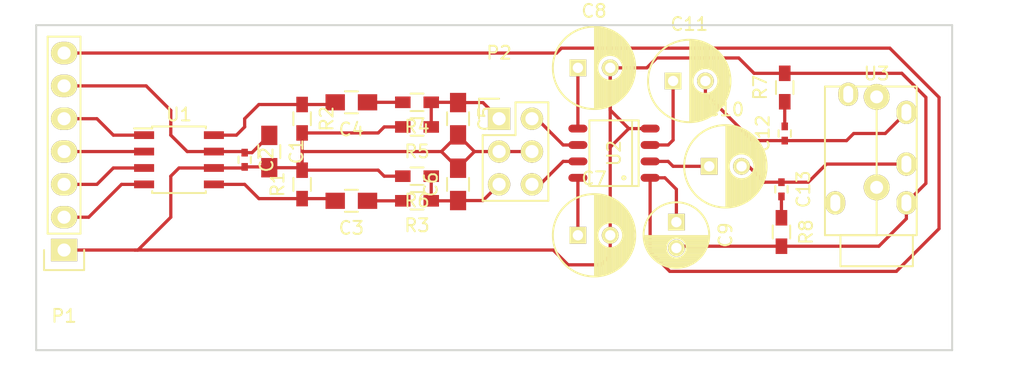
<source format=kicad_pcb>
(kicad_pcb (version 4) (host pcbnew 4.0.2+dfsg1-2~bpo8+1-stable)

  (general
    (links 51)
    (no_connects 0)
    (area 125.066667 97.853 207.564 129.446001)
    (thickness 1.6)
    (drawings 6)
    (tracks 143)
    (zones 0)
    (modules 26)
    (nets 26)
  )

  (page A4)
  (layers
    (0 F.Cu signal)
    (31 B.Cu signal)
    (32 B.Adhes user)
    (33 F.Adhes user)
    (34 B.Paste user)
    (35 F.Paste user)
    (36 B.SilkS user)
    (37 F.SilkS user)
    (38 B.Mask user)
    (39 F.Mask user)
    (40 Dwgs.User user)
    (41 Cmts.User user)
    (42 Eco1.User user)
    (43 Eco2.User user)
    (44 Edge.Cuts user)
    (45 Margin user)
    (46 B.CrtYd user)
    (47 F.CrtYd user)
    (48 B.Fab user)
    (49 F.Fab user)
  )

  (setup
    (last_trace_width 0.25)
    (trace_clearance 0.2)
    (zone_clearance 0.25)
    (zone_45_only yes)
    (trace_min 0.2)
    (segment_width 0.2)
    (edge_width 0.15)
    (via_size 0.6)
    (via_drill 0.4)
    (via_min_size 0.4)
    (via_min_drill 0.3)
    (uvia_size 0.3)
    (uvia_drill 0.1)
    (uvias_allowed no)
    (uvia_min_size 0.2)
    (uvia_min_drill 0.1)
    (pcb_text_width 0.3)
    (pcb_text_size 1.5 1.5)
    (mod_edge_width 0.15)
    (mod_text_size 1 1)
    (mod_text_width 0.15)
    (pad_size 1.524 1.524)
    (pad_drill 0.762)
    (pad_to_mask_clearance 0.2)
    (aux_axis_origin 0 0)
    (visible_elements FFFFFF7F)
    (pcbplotparams
      (layerselection 0x00030_80000001)
      (usegerberextensions false)
      (excludeedgelayer true)
      (linewidth 0.100000)
      (plotframeref false)
      (viasonmask false)
      (mode 1)
      (useauxorigin false)
      (hpglpennumber 1)
      (hpglpenspeed 20)
      (hpglpendiameter 15)
      (hpglpenoverlay 2)
      (psnegative false)
      (psa4output false)
      (plotreference true)
      (plotvalue true)
      (plotinvisibletext false)
      (padsonsilk false)
      (subtractmaskfromsilk false)
      (outputformat 1)
      (mirror false)
      (drillshape 1)
      (scaleselection 1)
      (outputdirectory ""))
  )

  (net 0 "")
  (net 1 +5V)
  (net 2 GND)
  (net 3 "Net-(C3-Pad1)")
  (net 4 "Net-(C3-Pad2)")
  (net 5 "Net-(C4-Pad1)")
  (net 6 "Net-(C4-Pad2)")
  (net 7 "Net-(C5-Pad1)")
  (net 8 "Net-(C6-Pad1)")
  (net 9 "Net-(C7-Pad1)")
  (net 10 "Net-(C8-Pad1)")
  (net 11 +3V3)
  (net 12 "Net-(C10-Pad2)")
  (net 13 "Net-(C10-Pad1)")
  (net 14 "Net-(C11-Pad2)")
  (net 15 "Net-(C11-Pad1)")
  (net 16 "Net-(C12-Pad2)")
  (net 17 "Net-(C13-Pad2)")
  (net 18 "Net-(P1-Pad2)")
  (net 19 "Net-(P1-Pad3)")
  (net 20 "Net-(P1-Pad4)")
  (net 21 "Net-(P1-Pad5)")
  (net 22 "Net-(P2-Pad2)")
  (net 23 "Net-(U3-Pad2)")
  (net 24 "Net-(U3-Pad5)")
  (net 25 "Net-(P2-Pad6)")

  (net_class Default "This is the default net class."
    (clearance 0.2)
    (trace_width 0.25)
    (via_dia 0.6)
    (via_drill 0.4)
    (uvia_dia 0.3)
    (uvia_drill 0.1)
    (add_net +3V3)
    (add_net +5V)
    (add_net GND)
    (add_net "Net-(C10-Pad1)")
    (add_net "Net-(C10-Pad2)")
    (add_net "Net-(C11-Pad1)")
    (add_net "Net-(C11-Pad2)")
    (add_net "Net-(C12-Pad2)")
    (add_net "Net-(C13-Pad2)")
    (add_net "Net-(C3-Pad1)")
    (add_net "Net-(C3-Pad2)")
    (add_net "Net-(C4-Pad1)")
    (add_net "Net-(C4-Pad2)")
    (add_net "Net-(C5-Pad1)")
    (add_net "Net-(C6-Pad1)")
    (add_net "Net-(C7-Pad1)")
    (add_net "Net-(C8-Pad1)")
    (add_net "Net-(P1-Pad2)")
    (add_net "Net-(P1-Pad3)")
    (add_net "Net-(P1-Pad4)")
    (add_net "Net-(P1-Pad5)")
    (add_net "Net-(P2-Pad2)")
    (add_net "Net-(P2-Pad6)")
    (add_net "Net-(U3-Pad2)")
    (add_net "Net-(U3-Pad5)")
  )

  (module Capacitors_SMD:C_0805_HandSoldering (layer F.Cu) (tedit 541A9B8D) (tstamp 57A10B0A)
    (at 146.05 109.855 270)
    (descr "Capacitor SMD 0805, hand soldering")
    (tags "capacitor 0805")
    (path /57A10E94)
    (attr smd)
    (fp_text reference C1 (at 0 -2.1 270) (layer F.SilkS)
      (effects (font (size 1 1) (thickness 0.15)))
    )
    (fp_text value 1uF (at 0 2.1 270) (layer F.Fab)
      (effects (font (size 1 1) (thickness 0.15)))
    )
    (fp_line (start -2.3 -1) (end 2.3 -1) (layer F.CrtYd) (width 0.05))
    (fp_line (start -2.3 1) (end 2.3 1) (layer F.CrtYd) (width 0.05))
    (fp_line (start -2.3 -1) (end -2.3 1) (layer F.CrtYd) (width 0.05))
    (fp_line (start 2.3 -1) (end 2.3 1) (layer F.CrtYd) (width 0.05))
    (fp_line (start 0.5 -0.85) (end -0.5 -0.85) (layer F.SilkS) (width 0.15))
    (fp_line (start -0.5 0.85) (end 0.5 0.85) (layer F.SilkS) (width 0.15))
    (pad 1 smd rect (at -1.25 0 270) (size 1.5 1.25) (layers F.Cu F.Paste F.Mask)
      (net 1 +5V))
    (pad 2 smd rect (at 1.25 0 270) (size 1.5 1.25) (layers F.Cu F.Paste F.Mask)
      (net 2 GND))
    (model Capacitors_SMD.3dshapes/C_0805_HandSoldering.wrl
      (at (xyz 0 0 0))
      (scale (xyz 1 1 1))
      (rotate (xyz 0 0 0))
    )
  )

  (module Capacitors_SMD:C_0402 (layer F.Cu) (tedit 5415D599) (tstamp 57A10B10)
    (at 144.145 110.49 270)
    (descr "Capacitor SMD 0402, reflow soldering, AVX (see smccp.pdf)")
    (tags "capacitor 0402")
    (path /57A10F0D)
    (attr smd)
    (fp_text reference C2 (at 0 -1.7 270) (layer F.SilkS)
      (effects (font (size 1 1) (thickness 0.15)))
    )
    (fp_text value 0.1uF (at 0 1.7 270) (layer F.Fab)
      (effects (font (size 1 1) (thickness 0.15)))
    )
    (fp_line (start -1.15 -0.6) (end 1.15 -0.6) (layer F.CrtYd) (width 0.05))
    (fp_line (start -1.15 0.6) (end 1.15 0.6) (layer F.CrtYd) (width 0.05))
    (fp_line (start -1.15 -0.6) (end -1.15 0.6) (layer F.CrtYd) (width 0.05))
    (fp_line (start 1.15 -0.6) (end 1.15 0.6) (layer F.CrtYd) (width 0.05))
    (fp_line (start 0.25 -0.475) (end -0.25 -0.475) (layer F.SilkS) (width 0.15))
    (fp_line (start -0.25 0.475) (end 0.25 0.475) (layer F.SilkS) (width 0.15))
    (pad 1 smd rect (at -0.55 0 270) (size 0.6 0.5) (layers F.Cu F.Paste F.Mask)
      (net 1 +5V))
    (pad 2 smd rect (at 0.55 0 270) (size 0.6 0.5) (layers F.Cu F.Paste F.Mask)
      (net 2 GND))
    (model Capacitors_SMD.3dshapes/C_0402.wrl
      (at (xyz 0 0 0))
      (scale (xyz 1 1 1))
      (rotate (xyz 0 0 0))
    )
  )

  (module Capacitors_SMD:C_0805_HandSoldering (layer F.Cu) (tedit 541A9B8D) (tstamp 57A10B16)
    (at 152.4 113.665 180)
    (descr "Capacitor SMD 0805, hand soldering")
    (tags "capacitor 0805")
    (path /57A09FE4)
    (attr smd)
    (fp_text reference C3 (at 0 -2.1 180) (layer F.SilkS)
      (effects (font (size 1 1) (thickness 0.15)))
    )
    (fp_text value 3.3uF (at 0 2.1 180) (layer F.Fab)
      (effects (font (size 1 1) (thickness 0.15)))
    )
    (fp_line (start -2.3 -1) (end 2.3 -1) (layer F.CrtYd) (width 0.05))
    (fp_line (start -2.3 1) (end 2.3 1) (layer F.CrtYd) (width 0.05))
    (fp_line (start -2.3 -1) (end -2.3 1) (layer F.CrtYd) (width 0.05))
    (fp_line (start 2.3 -1) (end 2.3 1) (layer F.CrtYd) (width 0.05))
    (fp_line (start 0.5 -0.85) (end -0.5 -0.85) (layer F.SilkS) (width 0.15))
    (fp_line (start -0.5 0.85) (end 0.5 0.85) (layer F.SilkS) (width 0.15))
    (pad 1 smd rect (at -1.25 0 180) (size 1.5 1.25) (layers F.Cu F.Paste F.Mask)
      (net 3 "Net-(C3-Pad1)"))
    (pad 2 smd rect (at 1.25 0 180) (size 1.5 1.25) (layers F.Cu F.Paste F.Mask)
      (net 4 "Net-(C3-Pad2)"))
    (model Capacitors_SMD.3dshapes/C_0805_HandSoldering.wrl
      (at (xyz 0 0 0))
      (scale (xyz 1 1 1))
      (rotate (xyz 0 0 0))
    )
  )

  (module Capacitors_SMD:C_0805_HandSoldering (layer F.Cu) (tedit 541A9B8D) (tstamp 57A10B1C)
    (at 152.4 106.045 180)
    (descr "Capacitor SMD 0805, hand soldering")
    (tags "capacitor 0805")
    (path /57A0A304)
    (attr smd)
    (fp_text reference C4 (at 0 -2.1 180) (layer F.SilkS)
      (effects (font (size 1 1) (thickness 0.15)))
    )
    (fp_text value 3.3uF (at 0 2.1 180) (layer F.Fab)
      (effects (font (size 1 1) (thickness 0.15)))
    )
    (fp_line (start -2.3 -1) (end 2.3 -1) (layer F.CrtYd) (width 0.05))
    (fp_line (start -2.3 1) (end 2.3 1) (layer F.CrtYd) (width 0.05))
    (fp_line (start -2.3 -1) (end -2.3 1) (layer F.CrtYd) (width 0.05))
    (fp_line (start 2.3 -1) (end 2.3 1) (layer F.CrtYd) (width 0.05))
    (fp_line (start 0.5 -0.85) (end -0.5 -0.85) (layer F.SilkS) (width 0.15))
    (fp_line (start -0.5 0.85) (end 0.5 0.85) (layer F.SilkS) (width 0.15))
    (pad 1 smd rect (at -1.25 0 180) (size 1.5 1.25) (layers F.Cu F.Paste F.Mask)
      (net 5 "Net-(C4-Pad1)"))
    (pad 2 smd rect (at 1.25 0 180) (size 1.5 1.25) (layers F.Cu F.Paste F.Mask)
      (net 6 "Net-(C4-Pad2)"))
    (model Capacitors_SMD.3dshapes/C_0805_HandSoldering.wrl
      (at (xyz 0 0 0))
      (scale (xyz 1 1 1))
      (rotate (xyz 0 0 0))
    )
  )

  (module Capacitors_SMD:C_0805_HandSoldering (layer F.Cu) (tedit 541A9B8D) (tstamp 57A10B22)
    (at 160.655 107.315 270)
    (descr "Capacitor SMD 0805, hand soldering")
    (tags "capacitor 0805")
    (path /57A0A896)
    (attr smd)
    (fp_text reference C5 (at 0 -2.1 270) (layer F.SilkS)
      (effects (font (size 1 1) (thickness 0.15)))
    )
    (fp_text value 10nF (at 0 2.1 270) (layer F.Fab)
      (effects (font (size 1 1) (thickness 0.15)))
    )
    (fp_line (start -2.3 -1) (end 2.3 -1) (layer F.CrtYd) (width 0.05))
    (fp_line (start -2.3 1) (end 2.3 1) (layer F.CrtYd) (width 0.05))
    (fp_line (start -2.3 -1) (end -2.3 1) (layer F.CrtYd) (width 0.05))
    (fp_line (start 2.3 -1) (end 2.3 1) (layer F.CrtYd) (width 0.05))
    (fp_line (start 0.5 -0.85) (end -0.5 -0.85) (layer F.SilkS) (width 0.15))
    (fp_line (start -0.5 0.85) (end 0.5 0.85) (layer F.SilkS) (width 0.15))
    (pad 1 smd rect (at -1.25 0 270) (size 1.5 1.25) (layers F.Cu F.Paste F.Mask)
      (net 7 "Net-(C5-Pad1)"))
    (pad 2 smd rect (at 1.25 0 270) (size 1.5 1.25) (layers F.Cu F.Paste F.Mask)
      (net 2 GND))
    (model Capacitors_SMD.3dshapes/C_0805_HandSoldering.wrl
      (at (xyz 0 0 0))
      (scale (xyz 1 1 1))
      (rotate (xyz 0 0 0))
    )
  )

  (module Capacitors_SMD:C_0805_HandSoldering (layer F.Cu) (tedit 541A9B8D) (tstamp 57A10B28)
    (at 160.655 112.395 90)
    (descr "Capacitor SMD 0805, hand soldering")
    (tags "capacitor 0805")
    (path /57A0ACDC)
    (attr smd)
    (fp_text reference C6 (at 0 -2.1 90) (layer F.SilkS)
      (effects (font (size 1 1) (thickness 0.15)))
    )
    (fp_text value 10nF (at 0 2.1 90) (layer F.Fab)
      (effects (font (size 1 1) (thickness 0.15)))
    )
    (fp_line (start -2.3 -1) (end 2.3 -1) (layer F.CrtYd) (width 0.05))
    (fp_line (start -2.3 1) (end 2.3 1) (layer F.CrtYd) (width 0.05))
    (fp_line (start -2.3 -1) (end -2.3 1) (layer F.CrtYd) (width 0.05))
    (fp_line (start 2.3 -1) (end 2.3 1) (layer F.CrtYd) (width 0.05))
    (fp_line (start 0.5 -0.85) (end -0.5 -0.85) (layer F.SilkS) (width 0.15))
    (fp_line (start -0.5 0.85) (end 0.5 0.85) (layer F.SilkS) (width 0.15))
    (pad 1 smd rect (at -1.25 0 90) (size 1.5 1.25) (layers F.Cu F.Paste F.Mask)
      (net 8 "Net-(C6-Pad1)"))
    (pad 2 smd rect (at 1.25 0 90) (size 1.5 1.25) (layers F.Cu F.Paste F.Mask)
      (net 2 GND))
    (model Capacitors_SMD.3dshapes/C_0805_HandSoldering.wrl
      (at (xyz 0 0 0))
      (scale (xyz 1 1 1))
      (rotate (xyz 0 0 0))
    )
  )

  (module Capacitors_ThroughHole:C_Radial_D6.3_L11.2_P2.5 (layer F.Cu) (tedit 0) (tstamp 57A10B2E)
    (at 169.926 116.332)
    (descr "Radial Electrolytic Capacitor, Diameter 6.3mm x Length 11.2mm, Pitch 2.5mm")
    (tags "Electrolytic Capacitor")
    (path /57A0AE7B)
    (fp_text reference C7 (at 1.25 -4.4) (layer F.SilkS)
      (effects (font (size 1 1) (thickness 0.15)))
    )
    (fp_text value 100uF (at 1.25 4.4) (layer F.Fab)
      (effects (font (size 1 1) (thickness 0.15)))
    )
    (fp_line (start 1.325 -3.149) (end 1.325 3.149) (layer F.SilkS) (width 0.15))
    (fp_line (start 1.465 -3.143) (end 1.465 3.143) (layer F.SilkS) (width 0.15))
    (fp_line (start 1.605 -3.13) (end 1.605 -0.446) (layer F.SilkS) (width 0.15))
    (fp_line (start 1.605 0.446) (end 1.605 3.13) (layer F.SilkS) (width 0.15))
    (fp_line (start 1.745 -3.111) (end 1.745 -0.656) (layer F.SilkS) (width 0.15))
    (fp_line (start 1.745 0.656) (end 1.745 3.111) (layer F.SilkS) (width 0.15))
    (fp_line (start 1.885 -3.085) (end 1.885 -0.789) (layer F.SilkS) (width 0.15))
    (fp_line (start 1.885 0.789) (end 1.885 3.085) (layer F.SilkS) (width 0.15))
    (fp_line (start 2.025 -3.053) (end 2.025 -0.88) (layer F.SilkS) (width 0.15))
    (fp_line (start 2.025 0.88) (end 2.025 3.053) (layer F.SilkS) (width 0.15))
    (fp_line (start 2.165 -3.014) (end 2.165 -0.942) (layer F.SilkS) (width 0.15))
    (fp_line (start 2.165 0.942) (end 2.165 3.014) (layer F.SilkS) (width 0.15))
    (fp_line (start 2.305 -2.968) (end 2.305 -0.981) (layer F.SilkS) (width 0.15))
    (fp_line (start 2.305 0.981) (end 2.305 2.968) (layer F.SilkS) (width 0.15))
    (fp_line (start 2.445 -2.915) (end 2.445 -0.998) (layer F.SilkS) (width 0.15))
    (fp_line (start 2.445 0.998) (end 2.445 2.915) (layer F.SilkS) (width 0.15))
    (fp_line (start 2.585 -2.853) (end 2.585 -0.996) (layer F.SilkS) (width 0.15))
    (fp_line (start 2.585 0.996) (end 2.585 2.853) (layer F.SilkS) (width 0.15))
    (fp_line (start 2.725 -2.783) (end 2.725 -0.974) (layer F.SilkS) (width 0.15))
    (fp_line (start 2.725 0.974) (end 2.725 2.783) (layer F.SilkS) (width 0.15))
    (fp_line (start 2.865 -2.704) (end 2.865 -0.931) (layer F.SilkS) (width 0.15))
    (fp_line (start 2.865 0.931) (end 2.865 2.704) (layer F.SilkS) (width 0.15))
    (fp_line (start 3.005 -2.616) (end 3.005 -0.863) (layer F.SilkS) (width 0.15))
    (fp_line (start 3.005 0.863) (end 3.005 2.616) (layer F.SilkS) (width 0.15))
    (fp_line (start 3.145 -2.516) (end 3.145 -0.764) (layer F.SilkS) (width 0.15))
    (fp_line (start 3.145 0.764) (end 3.145 2.516) (layer F.SilkS) (width 0.15))
    (fp_line (start 3.285 -2.404) (end 3.285 -0.619) (layer F.SilkS) (width 0.15))
    (fp_line (start 3.285 0.619) (end 3.285 2.404) (layer F.SilkS) (width 0.15))
    (fp_line (start 3.425 -2.279) (end 3.425 -0.38) (layer F.SilkS) (width 0.15))
    (fp_line (start 3.425 0.38) (end 3.425 2.279) (layer F.SilkS) (width 0.15))
    (fp_line (start 3.565 -2.136) (end 3.565 2.136) (layer F.SilkS) (width 0.15))
    (fp_line (start 3.705 -1.974) (end 3.705 1.974) (layer F.SilkS) (width 0.15))
    (fp_line (start 3.845 -1.786) (end 3.845 1.786) (layer F.SilkS) (width 0.15))
    (fp_line (start 3.985 -1.563) (end 3.985 1.563) (layer F.SilkS) (width 0.15))
    (fp_line (start 4.125 -1.287) (end 4.125 1.287) (layer F.SilkS) (width 0.15))
    (fp_line (start 4.265 -0.912) (end 4.265 0.912) (layer F.SilkS) (width 0.15))
    (fp_circle (center 2.5 0) (end 2.5 -1) (layer F.SilkS) (width 0.15))
    (fp_circle (center 1.25 0) (end 1.25 -3.1875) (layer F.SilkS) (width 0.15))
    (fp_circle (center 1.25 0) (end 1.25 -3.4) (layer F.CrtYd) (width 0.05))
    (pad 2 thru_hole circle (at 2.5 0) (size 1.3 1.3) (drill 0.8) (layers *.Cu *.Mask F.SilkS)
      (net 2 GND))
    (pad 1 thru_hole rect (at 0 0) (size 1.3 1.3) (drill 0.8) (layers *.Cu *.Mask F.SilkS)
      (net 9 "Net-(C7-Pad1)"))
    (model Capacitors_ThroughHole.3dshapes/C_Radial_D6.3_L11.2_P2.5.wrl
      (at (xyz 0 0 0))
      (scale (xyz 1 1 1))
      (rotate (xyz 0 0 0))
    )
  )

  (module Capacitors_ThroughHole:C_Radial_D6.3_L11.2_P2.5 (layer F.Cu) (tedit 0) (tstamp 57A10B34)
    (at 169.926 103.378)
    (descr "Radial Electrolytic Capacitor, Diameter 6.3mm x Length 11.2mm, Pitch 2.5mm")
    (tags "Electrolytic Capacitor")
    (path /57A0AF67)
    (fp_text reference C8 (at 1.25 -4.4) (layer F.SilkS)
      (effects (font (size 1 1) (thickness 0.15)))
    )
    (fp_text value 100uF (at 1.25 4.4) (layer F.Fab)
      (effects (font (size 1 1) (thickness 0.15)))
    )
    (fp_line (start 1.325 -3.149) (end 1.325 3.149) (layer F.SilkS) (width 0.15))
    (fp_line (start 1.465 -3.143) (end 1.465 3.143) (layer F.SilkS) (width 0.15))
    (fp_line (start 1.605 -3.13) (end 1.605 -0.446) (layer F.SilkS) (width 0.15))
    (fp_line (start 1.605 0.446) (end 1.605 3.13) (layer F.SilkS) (width 0.15))
    (fp_line (start 1.745 -3.111) (end 1.745 -0.656) (layer F.SilkS) (width 0.15))
    (fp_line (start 1.745 0.656) (end 1.745 3.111) (layer F.SilkS) (width 0.15))
    (fp_line (start 1.885 -3.085) (end 1.885 -0.789) (layer F.SilkS) (width 0.15))
    (fp_line (start 1.885 0.789) (end 1.885 3.085) (layer F.SilkS) (width 0.15))
    (fp_line (start 2.025 -3.053) (end 2.025 -0.88) (layer F.SilkS) (width 0.15))
    (fp_line (start 2.025 0.88) (end 2.025 3.053) (layer F.SilkS) (width 0.15))
    (fp_line (start 2.165 -3.014) (end 2.165 -0.942) (layer F.SilkS) (width 0.15))
    (fp_line (start 2.165 0.942) (end 2.165 3.014) (layer F.SilkS) (width 0.15))
    (fp_line (start 2.305 -2.968) (end 2.305 -0.981) (layer F.SilkS) (width 0.15))
    (fp_line (start 2.305 0.981) (end 2.305 2.968) (layer F.SilkS) (width 0.15))
    (fp_line (start 2.445 -2.915) (end 2.445 -0.998) (layer F.SilkS) (width 0.15))
    (fp_line (start 2.445 0.998) (end 2.445 2.915) (layer F.SilkS) (width 0.15))
    (fp_line (start 2.585 -2.853) (end 2.585 -0.996) (layer F.SilkS) (width 0.15))
    (fp_line (start 2.585 0.996) (end 2.585 2.853) (layer F.SilkS) (width 0.15))
    (fp_line (start 2.725 -2.783) (end 2.725 -0.974) (layer F.SilkS) (width 0.15))
    (fp_line (start 2.725 0.974) (end 2.725 2.783) (layer F.SilkS) (width 0.15))
    (fp_line (start 2.865 -2.704) (end 2.865 -0.931) (layer F.SilkS) (width 0.15))
    (fp_line (start 2.865 0.931) (end 2.865 2.704) (layer F.SilkS) (width 0.15))
    (fp_line (start 3.005 -2.616) (end 3.005 -0.863) (layer F.SilkS) (width 0.15))
    (fp_line (start 3.005 0.863) (end 3.005 2.616) (layer F.SilkS) (width 0.15))
    (fp_line (start 3.145 -2.516) (end 3.145 -0.764) (layer F.SilkS) (width 0.15))
    (fp_line (start 3.145 0.764) (end 3.145 2.516) (layer F.SilkS) (width 0.15))
    (fp_line (start 3.285 -2.404) (end 3.285 -0.619) (layer F.SilkS) (width 0.15))
    (fp_line (start 3.285 0.619) (end 3.285 2.404) (layer F.SilkS) (width 0.15))
    (fp_line (start 3.425 -2.279) (end 3.425 -0.38) (layer F.SilkS) (width 0.15))
    (fp_line (start 3.425 0.38) (end 3.425 2.279) (layer F.SilkS) (width 0.15))
    (fp_line (start 3.565 -2.136) (end 3.565 2.136) (layer F.SilkS) (width 0.15))
    (fp_line (start 3.705 -1.974) (end 3.705 1.974) (layer F.SilkS) (width 0.15))
    (fp_line (start 3.845 -1.786) (end 3.845 1.786) (layer F.SilkS) (width 0.15))
    (fp_line (start 3.985 -1.563) (end 3.985 1.563) (layer F.SilkS) (width 0.15))
    (fp_line (start 4.125 -1.287) (end 4.125 1.287) (layer F.SilkS) (width 0.15))
    (fp_line (start 4.265 -0.912) (end 4.265 0.912) (layer F.SilkS) (width 0.15))
    (fp_circle (center 2.5 0) (end 2.5 -1) (layer F.SilkS) (width 0.15))
    (fp_circle (center 1.25 0) (end 1.25 -3.1875) (layer F.SilkS) (width 0.15))
    (fp_circle (center 1.25 0) (end 1.25 -3.4) (layer F.CrtYd) (width 0.05))
    (pad 2 thru_hole circle (at 2.5 0) (size 1.3 1.3) (drill 0.8) (layers *.Cu *.Mask F.SilkS)
      (net 2 GND))
    (pad 1 thru_hole rect (at 0 0) (size 1.3 1.3) (drill 0.8) (layers *.Cu *.Mask F.SilkS)
      (net 10 "Net-(C8-Pad1)"))
    (model Capacitors_ThroughHole.3dshapes/C_Radial_D6.3_L11.2_P2.5.wrl
      (at (xyz 0 0 0))
      (scale (xyz 1 1 1))
      (rotate (xyz 0 0 0))
    )
  )

  (module Capacitors_ThroughHole:C_Radial_D5_L11_P2 (layer F.Cu) (tedit 0) (tstamp 57A10B3A)
    (at 177.546 115.316 270)
    (descr "Radial Electrolytic Capacitor 5mm x Length 11mm, Pitch 2mm")
    (tags "Electrolytic Capacitor")
    (path /57A11C30)
    (fp_text reference C9 (at 1 -3.8 270) (layer F.SilkS)
      (effects (font (size 1 1) (thickness 0.15)))
    )
    (fp_text value 10uF (at 1 3.8 270) (layer F.Fab)
      (effects (font (size 1 1) (thickness 0.15)))
    )
    (fp_line (start 1.075 -2.499) (end 1.075 2.499) (layer F.SilkS) (width 0.15))
    (fp_line (start 1.215 -2.491) (end 1.215 -0.154) (layer F.SilkS) (width 0.15))
    (fp_line (start 1.215 0.154) (end 1.215 2.491) (layer F.SilkS) (width 0.15))
    (fp_line (start 1.355 -2.475) (end 1.355 -0.473) (layer F.SilkS) (width 0.15))
    (fp_line (start 1.355 0.473) (end 1.355 2.475) (layer F.SilkS) (width 0.15))
    (fp_line (start 1.495 -2.451) (end 1.495 -0.62) (layer F.SilkS) (width 0.15))
    (fp_line (start 1.495 0.62) (end 1.495 2.451) (layer F.SilkS) (width 0.15))
    (fp_line (start 1.635 -2.418) (end 1.635 -0.712) (layer F.SilkS) (width 0.15))
    (fp_line (start 1.635 0.712) (end 1.635 2.418) (layer F.SilkS) (width 0.15))
    (fp_line (start 1.775 -2.377) (end 1.775 -0.768) (layer F.SilkS) (width 0.15))
    (fp_line (start 1.775 0.768) (end 1.775 2.377) (layer F.SilkS) (width 0.15))
    (fp_line (start 1.915 -2.327) (end 1.915 -0.795) (layer F.SilkS) (width 0.15))
    (fp_line (start 1.915 0.795) (end 1.915 2.327) (layer F.SilkS) (width 0.15))
    (fp_line (start 2.055 -2.266) (end 2.055 -0.798) (layer F.SilkS) (width 0.15))
    (fp_line (start 2.055 0.798) (end 2.055 2.266) (layer F.SilkS) (width 0.15))
    (fp_line (start 2.195 -2.196) (end 2.195 -0.776) (layer F.SilkS) (width 0.15))
    (fp_line (start 2.195 0.776) (end 2.195 2.196) (layer F.SilkS) (width 0.15))
    (fp_line (start 2.335 -2.114) (end 2.335 -0.726) (layer F.SilkS) (width 0.15))
    (fp_line (start 2.335 0.726) (end 2.335 2.114) (layer F.SilkS) (width 0.15))
    (fp_line (start 2.475 -2.019) (end 2.475 -0.644) (layer F.SilkS) (width 0.15))
    (fp_line (start 2.475 0.644) (end 2.475 2.019) (layer F.SilkS) (width 0.15))
    (fp_line (start 2.615 -1.908) (end 2.615 -0.512) (layer F.SilkS) (width 0.15))
    (fp_line (start 2.615 0.512) (end 2.615 1.908) (layer F.SilkS) (width 0.15))
    (fp_line (start 2.755 -1.78) (end 2.755 -0.265) (layer F.SilkS) (width 0.15))
    (fp_line (start 2.755 0.265) (end 2.755 1.78) (layer F.SilkS) (width 0.15))
    (fp_line (start 2.895 -1.631) (end 2.895 1.631) (layer F.SilkS) (width 0.15))
    (fp_line (start 3.035 -1.452) (end 3.035 1.452) (layer F.SilkS) (width 0.15))
    (fp_line (start 3.175 -1.233) (end 3.175 1.233) (layer F.SilkS) (width 0.15))
    (fp_line (start 3.315 -0.944) (end 3.315 0.944) (layer F.SilkS) (width 0.15))
    (fp_line (start 3.455 -0.472) (end 3.455 0.472) (layer F.SilkS) (width 0.15))
    (fp_circle (center 2 0) (end 2 -0.8) (layer F.SilkS) (width 0.15))
    (fp_circle (center 1 0) (end 1 -2.5375) (layer F.SilkS) (width 0.15))
    (fp_circle (center 1 0) (end 1 -2.8) (layer F.CrtYd) (width 0.05))
    (pad 1 thru_hole rect (at 0 0 270) (size 1.3 1.3) (drill 0.8) (layers *.Cu *.Mask F.SilkS)
      (net 11 +3V3))
    (pad 2 thru_hole circle (at 2 0 270) (size 1.3 1.3) (drill 0.8) (layers *.Cu *.Mask F.SilkS)
      (net 2 GND))
    (model Capacitors_ThroughHole.3dshapes/C_Radial_D5_L11_P2.wrl
      (at (xyz 0 0 0))
      (scale (xyz 1 1 1))
      (rotate (xyz 0 0 0))
    )
  )

  (module Capacitors_ThroughHole:C_Radial_D6.3_L11.2_P2.5 (layer F.Cu) (tedit 0) (tstamp 57A10B40)
    (at 180.086 110.998)
    (descr "Radial Electrolytic Capacitor, Diameter 6.3mm x Length 11.2mm, Pitch 2.5mm")
    (tags "Electrolytic Capacitor")
    (path /57A0E2E0)
    (fp_text reference C10 (at 1.25 -4.4) (layer F.SilkS)
      (effects (font (size 1 1) (thickness 0.15)))
    )
    (fp_text value 100uF (at 1.25 4.4) (layer F.Fab)
      (effects (font (size 1 1) (thickness 0.15)))
    )
    (fp_line (start 1.325 -3.149) (end 1.325 3.149) (layer F.SilkS) (width 0.15))
    (fp_line (start 1.465 -3.143) (end 1.465 3.143) (layer F.SilkS) (width 0.15))
    (fp_line (start 1.605 -3.13) (end 1.605 -0.446) (layer F.SilkS) (width 0.15))
    (fp_line (start 1.605 0.446) (end 1.605 3.13) (layer F.SilkS) (width 0.15))
    (fp_line (start 1.745 -3.111) (end 1.745 -0.656) (layer F.SilkS) (width 0.15))
    (fp_line (start 1.745 0.656) (end 1.745 3.111) (layer F.SilkS) (width 0.15))
    (fp_line (start 1.885 -3.085) (end 1.885 -0.789) (layer F.SilkS) (width 0.15))
    (fp_line (start 1.885 0.789) (end 1.885 3.085) (layer F.SilkS) (width 0.15))
    (fp_line (start 2.025 -3.053) (end 2.025 -0.88) (layer F.SilkS) (width 0.15))
    (fp_line (start 2.025 0.88) (end 2.025 3.053) (layer F.SilkS) (width 0.15))
    (fp_line (start 2.165 -3.014) (end 2.165 -0.942) (layer F.SilkS) (width 0.15))
    (fp_line (start 2.165 0.942) (end 2.165 3.014) (layer F.SilkS) (width 0.15))
    (fp_line (start 2.305 -2.968) (end 2.305 -0.981) (layer F.SilkS) (width 0.15))
    (fp_line (start 2.305 0.981) (end 2.305 2.968) (layer F.SilkS) (width 0.15))
    (fp_line (start 2.445 -2.915) (end 2.445 -0.998) (layer F.SilkS) (width 0.15))
    (fp_line (start 2.445 0.998) (end 2.445 2.915) (layer F.SilkS) (width 0.15))
    (fp_line (start 2.585 -2.853) (end 2.585 -0.996) (layer F.SilkS) (width 0.15))
    (fp_line (start 2.585 0.996) (end 2.585 2.853) (layer F.SilkS) (width 0.15))
    (fp_line (start 2.725 -2.783) (end 2.725 -0.974) (layer F.SilkS) (width 0.15))
    (fp_line (start 2.725 0.974) (end 2.725 2.783) (layer F.SilkS) (width 0.15))
    (fp_line (start 2.865 -2.704) (end 2.865 -0.931) (layer F.SilkS) (width 0.15))
    (fp_line (start 2.865 0.931) (end 2.865 2.704) (layer F.SilkS) (width 0.15))
    (fp_line (start 3.005 -2.616) (end 3.005 -0.863) (layer F.SilkS) (width 0.15))
    (fp_line (start 3.005 0.863) (end 3.005 2.616) (layer F.SilkS) (width 0.15))
    (fp_line (start 3.145 -2.516) (end 3.145 -0.764) (layer F.SilkS) (width 0.15))
    (fp_line (start 3.145 0.764) (end 3.145 2.516) (layer F.SilkS) (width 0.15))
    (fp_line (start 3.285 -2.404) (end 3.285 -0.619) (layer F.SilkS) (width 0.15))
    (fp_line (start 3.285 0.619) (end 3.285 2.404) (layer F.SilkS) (width 0.15))
    (fp_line (start 3.425 -2.279) (end 3.425 -0.38) (layer F.SilkS) (width 0.15))
    (fp_line (start 3.425 0.38) (end 3.425 2.279) (layer F.SilkS) (width 0.15))
    (fp_line (start 3.565 -2.136) (end 3.565 2.136) (layer F.SilkS) (width 0.15))
    (fp_line (start 3.705 -1.974) (end 3.705 1.974) (layer F.SilkS) (width 0.15))
    (fp_line (start 3.845 -1.786) (end 3.845 1.786) (layer F.SilkS) (width 0.15))
    (fp_line (start 3.985 -1.563) (end 3.985 1.563) (layer F.SilkS) (width 0.15))
    (fp_line (start 4.125 -1.287) (end 4.125 1.287) (layer F.SilkS) (width 0.15))
    (fp_line (start 4.265 -0.912) (end 4.265 0.912) (layer F.SilkS) (width 0.15))
    (fp_circle (center 2.5 0) (end 2.5 -1) (layer F.SilkS) (width 0.15))
    (fp_circle (center 1.25 0) (end 1.25 -3.1875) (layer F.SilkS) (width 0.15))
    (fp_circle (center 1.25 0) (end 1.25 -3.4) (layer F.CrtYd) (width 0.05))
    (pad 2 thru_hole circle (at 2.5 0) (size 1.3 1.3) (drill 0.8) (layers *.Cu *.Mask F.SilkS)
      (net 12 "Net-(C10-Pad2)"))
    (pad 1 thru_hole rect (at 0 0) (size 1.3 1.3) (drill 0.8) (layers *.Cu *.Mask F.SilkS)
      (net 13 "Net-(C10-Pad1)"))
    (model Capacitors_ThroughHole.3dshapes/C_Radial_D6.3_L11.2_P2.5.wrl
      (at (xyz 0 0 0))
      (scale (xyz 1 1 1))
      (rotate (xyz 0 0 0))
    )
  )

  (module Capacitors_ThroughHole:C_Radial_D6.3_L11.2_P2.5 (layer F.Cu) (tedit 0) (tstamp 57A10B46)
    (at 177.292 104.394)
    (descr "Radial Electrolytic Capacitor, Diameter 6.3mm x Length 11.2mm, Pitch 2.5mm")
    (tags "Electrolytic Capacitor")
    (path /57A0E362)
    (fp_text reference C11 (at 1.25 -4.4) (layer F.SilkS)
      (effects (font (size 1 1) (thickness 0.15)))
    )
    (fp_text value 100uF (at 1.25 4.4) (layer F.Fab)
      (effects (font (size 1 1) (thickness 0.15)))
    )
    (fp_line (start 1.325 -3.149) (end 1.325 3.149) (layer F.SilkS) (width 0.15))
    (fp_line (start 1.465 -3.143) (end 1.465 3.143) (layer F.SilkS) (width 0.15))
    (fp_line (start 1.605 -3.13) (end 1.605 -0.446) (layer F.SilkS) (width 0.15))
    (fp_line (start 1.605 0.446) (end 1.605 3.13) (layer F.SilkS) (width 0.15))
    (fp_line (start 1.745 -3.111) (end 1.745 -0.656) (layer F.SilkS) (width 0.15))
    (fp_line (start 1.745 0.656) (end 1.745 3.111) (layer F.SilkS) (width 0.15))
    (fp_line (start 1.885 -3.085) (end 1.885 -0.789) (layer F.SilkS) (width 0.15))
    (fp_line (start 1.885 0.789) (end 1.885 3.085) (layer F.SilkS) (width 0.15))
    (fp_line (start 2.025 -3.053) (end 2.025 -0.88) (layer F.SilkS) (width 0.15))
    (fp_line (start 2.025 0.88) (end 2.025 3.053) (layer F.SilkS) (width 0.15))
    (fp_line (start 2.165 -3.014) (end 2.165 -0.942) (layer F.SilkS) (width 0.15))
    (fp_line (start 2.165 0.942) (end 2.165 3.014) (layer F.SilkS) (width 0.15))
    (fp_line (start 2.305 -2.968) (end 2.305 -0.981) (layer F.SilkS) (width 0.15))
    (fp_line (start 2.305 0.981) (end 2.305 2.968) (layer F.SilkS) (width 0.15))
    (fp_line (start 2.445 -2.915) (end 2.445 -0.998) (layer F.SilkS) (width 0.15))
    (fp_line (start 2.445 0.998) (end 2.445 2.915) (layer F.SilkS) (width 0.15))
    (fp_line (start 2.585 -2.853) (end 2.585 -0.996) (layer F.SilkS) (width 0.15))
    (fp_line (start 2.585 0.996) (end 2.585 2.853) (layer F.SilkS) (width 0.15))
    (fp_line (start 2.725 -2.783) (end 2.725 -0.974) (layer F.SilkS) (width 0.15))
    (fp_line (start 2.725 0.974) (end 2.725 2.783) (layer F.SilkS) (width 0.15))
    (fp_line (start 2.865 -2.704) (end 2.865 -0.931) (layer F.SilkS) (width 0.15))
    (fp_line (start 2.865 0.931) (end 2.865 2.704) (layer F.SilkS) (width 0.15))
    (fp_line (start 3.005 -2.616) (end 3.005 -0.863) (layer F.SilkS) (width 0.15))
    (fp_line (start 3.005 0.863) (end 3.005 2.616) (layer F.SilkS) (width 0.15))
    (fp_line (start 3.145 -2.516) (end 3.145 -0.764) (layer F.SilkS) (width 0.15))
    (fp_line (start 3.145 0.764) (end 3.145 2.516) (layer F.SilkS) (width 0.15))
    (fp_line (start 3.285 -2.404) (end 3.285 -0.619) (layer F.SilkS) (width 0.15))
    (fp_line (start 3.285 0.619) (end 3.285 2.404) (layer F.SilkS) (width 0.15))
    (fp_line (start 3.425 -2.279) (end 3.425 -0.38) (layer F.SilkS) (width 0.15))
    (fp_line (start 3.425 0.38) (end 3.425 2.279) (layer F.SilkS) (width 0.15))
    (fp_line (start 3.565 -2.136) (end 3.565 2.136) (layer F.SilkS) (width 0.15))
    (fp_line (start 3.705 -1.974) (end 3.705 1.974) (layer F.SilkS) (width 0.15))
    (fp_line (start 3.845 -1.786) (end 3.845 1.786) (layer F.SilkS) (width 0.15))
    (fp_line (start 3.985 -1.563) (end 3.985 1.563) (layer F.SilkS) (width 0.15))
    (fp_line (start 4.125 -1.287) (end 4.125 1.287) (layer F.SilkS) (width 0.15))
    (fp_line (start 4.265 -0.912) (end 4.265 0.912) (layer F.SilkS) (width 0.15))
    (fp_circle (center 2.5 0) (end 2.5 -1) (layer F.SilkS) (width 0.15))
    (fp_circle (center 1.25 0) (end 1.25 -3.1875) (layer F.SilkS) (width 0.15))
    (fp_circle (center 1.25 0) (end 1.25 -3.4) (layer F.CrtYd) (width 0.05))
    (pad 2 thru_hole circle (at 2.5 0) (size 1.3 1.3) (drill 0.8) (layers *.Cu *.Mask F.SilkS)
      (net 14 "Net-(C11-Pad2)"))
    (pad 1 thru_hole rect (at 0 0) (size 1.3 1.3) (drill 0.8) (layers *.Cu *.Mask F.SilkS)
      (net 15 "Net-(C11-Pad1)"))
    (model Capacitors_ThroughHole.3dshapes/C_Radial_D6.3_L11.2_P2.5.wrl
      (at (xyz 0 0 0))
      (scale (xyz 1 1 1))
      (rotate (xyz 0 0 0))
    )
  )

  (module Capacitors_SMD:C_0402 (layer F.Cu) (tedit 5415D599) (tstamp 57A10B4C)
    (at 185.928 108.458 90)
    (descr "Capacitor SMD 0402, reflow soldering, AVX (see smccp.pdf)")
    (tags "capacitor 0402")
    (path /57A0E62A)
    (attr smd)
    (fp_text reference C12 (at 0 -1.7 90) (layer F.SilkS)
      (effects (font (size 1 1) (thickness 0.15)))
    )
    (fp_text value 100nF (at 0 1.7 90) (layer F.Fab)
      (effects (font (size 1 1) (thickness 0.15)))
    )
    (fp_line (start -1.15 -0.6) (end 1.15 -0.6) (layer F.CrtYd) (width 0.05))
    (fp_line (start -1.15 0.6) (end 1.15 0.6) (layer F.CrtYd) (width 0.05))
    (fp_line (start -1.15 -0.6) (end -1.15 0.6) (layer F.CrtYd) (width 0.05))
    (fp_line (start 1.15 -0.6) (end 1.15 0.6) (layer F.CrtYd) (width 0.05))
    (fp_line (start 0.25 -0.475) (end -0.25 -0.475) (layer F.SilkS) (width 0.15))
    (fp_line (start -0.25 0.475) (end 0.25 0.475) (layer F.SilkS) (width 0.15))
    (pad 1 smd rect (at -0.55 0 90) (size 0.6 0.5) (layers F.Cu F.Paste F.Mask)
      (net 14 "Net-(C11-Pad2)"))
    (pad 2 smd rect (at 0.55 0 90) (size 0.6 0.5) (layers F.Cu F.Paste F.Mask)
      (net 16 "Net-(C12-Pad2)"))
    (model Capacitors_SMD.3dshapes/C_0402.wrl
      (at (xyz 0 0 0))
      (scale (xyz 1 1 1))
      (rotate (xyz 0 0 0))
    )
  )

  (module Capacitors_SMD:C_0402 (layer F.Cu) (tedit 5415D599) (tstamp 57A10B52)
    (at 185.674 112.776 270)
    (descr "Capacitor SMD 0402, reflow soldering, AVX (see smccp.pdf)")
    (tags "capacitor 0402")
    (path /57A0E895)
    (attr smd)
    (fp_text reference C13 (at 0 -1.7 270) (layer F.SilkS)
      (effects (font (size 1 1) (thickness 0.15)))
    )
    (fp_text value 100nF (at 0 1.7 270) (layer F.Fab)
      (effects (font (size 1 1) (thickness 0.15)))
    )
    (fp_line (start -1.15 -0.6) (end 1.15 -0.6) (layer F.CrtYd) (width 0.05))
    (fp_line (start -1.15 0.6) (end 1.15 0.6) (layer F.CrtYd) (width 0.05))
    (fp_line (start -1.15 -0.6) (end -1.15 0.6) (layer F.CrtYd) (width 0.05))
    (fp_line (start 1.15 -0.6) (end 1.15 0.6) (layer F.CrtYd) (width 0.05))
    (fp_line (start 0.25 -0.475) (end -0.25 -0.475) (layer F.SilkS) (width 0.15))
    (fp_line (start -0.25 0.475) (end 0.25 0.475) (layer F.SilkS) (width 0.15))
    (pad 1 smd rect (at -0.55 0 270) (size 0.6 0.5) (layers F.Cu F.Paste F.Mask)
      (net 12 "Net-(C10-Pad2)"))
    (pad 2 smd rect (at 0.55 0 270) (size 0.6 0.5) (layers F.Cu F.Paste F.Mask)
      (net 17 "Net-(C13-Pad2)"))
    (model Capacitors_SMD.3dshapes/C_0402.wrl
      (at (xyz 0 0 0))
      (scale (xyz 1 1 1))
      (rotate (xyz 0 0 0))
    )
  )

  (module Pin_Headers:Pin_Header_Straight_1x07 (layer F.Cu) (tedit 0) (tstamp 57A10B5D)
    (at 130.175 117.475 180)
    (descr "Through hole pin header")
    (tags "pin header")
    (path /57A12B87)
    (fp_text reference P1 (at 0 -5.1 180) (layer F.SilkS)
      (effects (font (size 1 1) (thickness 0.15)))
    )
    (fp_text value CONN_01X07 (at 0 -3.1 180) (layer F.Fab)
      (effects (font (size 1 1) (thickness 0.15)))
    )
    (fp_line (start -1.75 -1.75) (end -1.75 17) (layer F.CrtYd) (width 0.05))
    (fp_line (start 1.75 -1.75) (end 1.75 17) (layer F.CrtYd) (width 0.05))
    (fp_line (start -1.75 -1.75) (end 1.75 -1.75) (layer F.CrtYd) (width 0.05))
    (fp_line (start -1.75 17) (end 1.75 17) (layer F.CrtYd) (width 0.05))
    (fp_line (start 1.27 1.27) (end 1.27 16.51) (layer F.SilkS) (width 0.15))
    (fp_line (start 1.27 16.51) (end -1.27 16.51) (layer F.SilkS) (width 0.15))
    (fp_line (start -1.27 16.51) (end -1.27 1.27) (layer F.SilkS) (width 0.15))
    (fp_line (start 1.55 -1.55) (end 1.55 0) (layer F.SilkS) (width 0.15))
    (fp_line (start 1.27 1.27) (end -1.27 1.27) (layer F.SilkS) (width 0.15))
    (fp_line (start -1.55 0) (end -1.55 -1.55) (layer F.SilkS) (width 0.15))
    (fp_line (start -1.55 -1.55) (end 1.55 -1.55) (layer F.SilkS) (width 0.15))
    (pad 1 thru_hole rect (at 0 0 180) (size 2.032 1.7272) (drill 1.016) (layers *.Cu *.Mask F.SilkS)
      (net 2 GND))
    (pad 2 thru_hole oval (at 0 2.54 180) (size 2.032 1.7272) (drill 1.016) (layers *.Cu *.Mask F.SilkS)
      (net 18 "Net-(P1-Pad2)"))
    (pad 3 thru_hole oval (at 0 5.08 180) (size 2.032 1.7272) (drill 1.016) (layers *.Cu *.Mask F.SilkS)
      (net 19 "Net-(P1-Pad3)"))
    (pad 4 thru_hole oval (at 0 7.62 180) (size 2.032 1.7272) (drill 1.016) (layers *.Cu *.Mask F.SilkS)
      (net 20 "Net-(P1-Pad4)"))
    (pad 5 thru_hole oval (at 0 10.16 180) (size 2.032 1.7272) (drill 1.016) (layers *.Cu *.Mask F.SilkS)
      (net 21 "Net-(P1-Pad5)"))
    (pad 6 thru_hole oval (at 0 12.7 180) (size 2.032 1.7272) (drill 1.016) (layers *.Cu *.Mask F.SilkS)
      (net 1 +5V))
    (pad 7 thru_hole oval (at 0 15.24 180) (size 2.032 1.7272) (drill 1.016) (layers *.Cu *.Mask F.SilkS)
      (net 11 +3V3))
    (model Pin_Headers.3dshapes/Pin_Header_Straight_1x07.wrl
      (at (xyz 0 -0.3 0))
      (scale (xyz 1 1 1))
      (rotate (xyz 0 0 90))
    )
  )

  (module Pin_Headers:Pin_Header_Straight_2x03 (layer F.Cu) (tedit 54EA0A4B) (tstamp 57A10B67)
    (at 163.83 107.315)
    (descr "Through hole pin header")
    (tags "pin header")
    (path /57A0C8E5)
    (fp_text reference P2 (at 0 -5.1) (layer F.SilkS)
      (effects (font (size 1 1) (thickness 0.15)))
    )
    (fp_text value resistor (at 0 -3.1) (layer F.Fab)
      (effects (font (size 1 1) (thickness 0.15)))
    )
    (fp_line (start -1.27 1.27) (end -1.27 6.35) (layer F.SilkS) (width 0.15))
    (fp_line (start -1.55 -1.55) (end 0 -1.55) (layer F.SilkS) (width 0.15))
    (fp_line (start -1.75 -1.75) (end -1.75 6.85) (layer F.CrtYd) (width 0.05))
    (fp_line (start 4.3 -1.75) (end 4.3 6.85) (layer F.CrtYd) (width 0.05))
    (fp_line (start -1.75 -1.75) (end 4.3 -1.75) (layer F.CrtYd) (width 0.05))
    (fp_line (start -1.75 6.85) (end 4.3 6.85) (layer F.CrtYd) (width 0.05))
    (fp_line (start 1.27 -1.27) (end 1.27 1.27) (layer F.SilkS) (width 0.15))
    (fp_line (start 1.27 1.27) (end -1.27 1.27) (layer F.SilkS) (width 0.15))
    (fp_line (start -1.27 6.35) (end 3.81 6.35) (layer F.SilkS) (width 0.15))
    (fp_line (start 3.81 6.35) (end 3.81 1.27) (layer F.SilkS) (width 0.15))
    (fp_line (start -1.55 -1.55) (end -1.55 0) (layer F.SilkS) (width 0.15))
    (fp_line (start 3.81 -1.27) (end 1.27 -1.27) (layer F.SilkS) (width 0.15))
    (fp_line (start 3.81 1.27) (end 3.81 -1.27) (layer F.SilkS) (width 0.15))
    (pad 1 thru_hole rect (at 0 0) (size 1.7272 1.7272) (drill 1.016) (layers *.Cu *.Mask F.SilkS)
      (net 7 "Net-(C5-Pad1)"))
    (pad 2 thru_hole oval (at 2.54 0) (size 1.7272 1.7272) (drill 1.016) (layers *.Cu *.Mask F.SilkS)
      (net 22 "Net-(P2-Pad2)"))
    (pad 3 thru_hole oval (at 0 2.54) (size 1.7272 1.7272) (drill 1.016) (layers *.Cu *.Mask F.SilkS)
      (net 2 GND))
    (pad 4 thru_hole oval (at 2.54 2.54) (size 1.7272 1.7272) (drill 1.016) (layers *.Cu *.Mask F.SilkS)
      (net 2 GND))
    (pad 5 thru_hole oval (at 0 5.08) (size 1.7272 1.7272) (drill 1.016) (layers *.Cu *.Mask F.SilkS)
      (net 8 "Net-(C6-Pad1)"))
    (pad 6 thru_hole oval (at 2.54 5.08) (size 1.7272 1.7272) (drill 1.016) (layers *.Cu *.Mask F.SilkS)
      (net 25 "Net-(P2-Pad6)"))
    (model Pin_Headers.3dshapes/Pin_Header_Straight_2x03.wrl
      (at (xyz 0.05 -0.1 0))
      (scale (xyz 1 1 1))
      (rotate (xyz 0 0 90))
    )
  )

  (module Resistors_SMD:R_0603_HandSoldering (layer F.Cu) (tedit 5418A00F) (tstamp 57A10B6D)
    (at 148.59 112.395 90)
    (descr "Resistor SMD 0603, hand soldering")
    (tags "resistor 0603")
    (path /57A09A7C)
    (attr smd)
    (fp_text reference R1 (at 0 -1.9 90) (layer F.SilkS)
      (effects (font (size 1 1) (thickness 0.15)))
    )
    (fp_text value 240k (at 0 1.9 90) (layer F.Fab)
      (effects (font (size 1 1) (thickness 0.15)))
    )
    (fp_line (start -2 -0.8) (end 2 -0.8) (layer F.CrtYd) (width 0.05))
    (fp_line (start -2 0.8) (end 2 0.8) (layer F.CrtYd) (width 0.05))
    (fp_line (start -2 -0.8) (end -2 0.8) (layer F.CrtYd) (width 0.05))
    (fp_line (start 2 -0.8) (end 2 0.8) (layer F.CrtYd) (width 0.05))
    (fp_line (start 0.5 0.675) (end -0.5 0.675) (layer F.SilkS) (width 0.15))
    (fp_line (start -0.5 -0.675) (end 0.5 -0.675) (layer F.SilkS) (width 0.15))
    (pad 1 smd rect (at -1.1 0 90) (size 1.2 0.9) (layers F.Cu F.Paste F.Mask)
      (net 4 "Net-(C3-Pad2)"))
    (pad 2 smd rect (at 1.1 0 90) (size 1.2 0.9) (layers F.Cu F.Paste F.Mask)
      (net 2 GND))
    (model Resistors_SMD.3dshapes/R_0603_HandSoldering.wrl
      (at (xyz 0 0 0))
      (scale (xyz 1 1 1))
      (rotate (xyz 0 0 0))
    )
  )

  (module Resistors_SMD:R_0603_HandSoldering (layer F.Cu) (tedit 5418A00F) (tstamp 57A10B73)
    (at 148.59 107.315 270)
    (descr "Resistor SMD 0603, hand soldering")
    (tags "resistor 0603")
    (path /57A09ACC)
    (attr smd)
    (fp_text reference R2 (at 0 -1.9 270) (layer F.SilkS)
      (effects (font (size 1 1) (thickness 0.15)))
    )
    (fp_text value 240k (at 0 1.9 270) (layer F.Fab)
      (effects (font (size 1 1) (thickness 0.15)))
    )
    (fp_line (start -2 -0.8) (end 2 -0.8) (layer F.CrtYd) (width 0.05))
    (fp_line (start -2 0.8) (end 2 0.8) (layer F.CrtYd) (width 0.05))
    (fp_line (start -2 -0.8) (end -2 0.8) (layer F.CrtYd) (width 0.05))
    (fp_line (start 2 -0.8) (end 2 0.8) (layer F.CrtYd) (width 0.05))
    (fp_line (start 0.5 0.675) (end -0.5 0.675) (layer F.SilkS) (width 0.15))
    (fp_line (start -0.5 -0.675) (end 0.5 -0.675) (layer F.SilkS) (width 0.15))
    (pad 1 smd rect (at -1.1 0 270) (size 1.2 0.9) (layers F.Cu F.Paste F.Mask)
      (net 6 "Net-(C4-Pad2)"))
    (pad 2 smd rect (at 1.1 0 270) (size 1.2 0.9) (layers F.Cu F.Paste F.Mask)
      (net 2 GND))
    (model Resistors_SMD.3dshapes/R_0603_HandSoldering.wrl
      (at (xyz 0 0 0))
      (scale (xyz 1 1 1))
      (rotate (xyz 0 0 0))
    )
  )

  (module Resistors_SMD:R_0603_HandSoldering (layer F.Cu) (tedit 5418A00F) (tstamp 57A10B79)
    (at 157.48 113.665 180)
    (descr "Resistor SMD 0603, hand soldering")
    (tags "resistor 0603")
    (path /57A0A48C)
    (attr smd)
    (fp_text reference R3 (at 0 -1.9 180) (layer F.SilkS)
      (effects (font (size 1 1) (thickness 0.15)))
    )
    (fp_text value 560 (at 0 1.9 180) (layer F.Fab)
      (effects (font (size 1 1) (thickness 0.15)))
    )
    (fp_line (start -2 -0.8) (end 2 -0.8) (layer F.CrtYd) (width 0.05))
    (fp_line (start -2 0.8) (end 2 0.8) (layer F.CrtYd) (width 0.05))
    (fp_line (start -2 -0.8) (end -2 0.8) (layer F.CrtYd) (width 0.05))
    (fp_line (start 2 -0.8) (end 2 0.8) (layer F.CrtYd) (width 0.05))
    (fp_line (start 0.5 0.675) (end -0.5 0.675) (layer F.SilkS) (width 0.15))
    (fp_line (start -0.5 -0.675) (end 0.5 -0.675) (layer F.SilkS) (width 0.15))
    (pad 1 smd rect (at -1.1 0 180) (size 1.2 0.9) (layers F.Cu F.Paste F.Mask)
      (net 8 "Net-(C6-Pad1)"))
    (pad 2 smd rect (at 1.1 0 180) (size 1.2 0.9) (layers F.Cu F.Paste F.Mask)
      (net 3 "Net-(C3-Pad1)"))
    (model Resistors_SMD.3dshapes/R_0603_HandSoldering.wrl
      (at (xyz 0 0 0))
      (scale (xyz 1 1 1))
      (rotate (xyz 0 0 0))
    )
  )

  (module Resistors_SMD:R_0603_HandSoldering (layer F.Cu) (tedit 5418A00F) (tstamp 57A10B7F)
    (at 157.48 106.045 180)
    (descr "Resistor SMD 0603, hand soldering")
    (tags "resistor 0603")
    (path /57A0A599)
    (attr smd)
    (fp_text reference R4 (at 0 -1.9 180) (layer F.SilkS)
      (effects (font (size 1 1) (thickness 0.15)))
    )
    (fp_text value 560 (at 0 1.9 180) (layer F.Fab)
      (effects (font (size 1 1) (thickness 0.15)))
    )
    (fp_line (start -2 -0.8) (end 2 -0.8) (layer F.CrtYd) (width 0.05))
    (fp_line (start -2 0.8) (end 2 0.8) (layer F.CrtYd) (width 0.05))
    (fp_line (start -2 -0.8) (end -2 0.8) (layer F.CrtYd) (width 0.05))
    (fp_line (start 2 -0.8) (end 2 0.8) (layer F.CrtYd) (width 0.05))
    (fp_line (start 0.5 0.675) (end -0.5 0.675) (layer F.SilkS) (width 0.15))
    (fp_line (start -0.5 -0.675) (end 0.5 -0.675) (layer F.SilkS) (width 0.15))
    (pad 1 smd rect (at -1.1 0 180) (size 1.2 0.9) (layers F.Cu F.Paste F.Mask)
      (net 7 "Net-(C5-Pad1)"))
    (pad 2 smd rect (at 1.1 0 180) (size 1.2 0.9) (layers F.Cu F.Paste F.Mask)
      (net 5 "Net-(C4-Pad1)"))
    (model Resistors_SMD.3dshapes/R_0603_HandSoldering.wrl
      (at (xyz 0 0 0))
      (scale (xyz 1 1 1))
      (rotate (xyz 0 0 0))
    )
  )

  (module Resistors_SMD:R_0603_HandSoldering (layer F.Cu) (tedit 5418A00F) (tstamp 57A10B85)
    (at 157.48 107.95 180)
    (descr "Resistor SMD 0603, hand soldering")
    (tags "resistor 0603")
    (path /57A0A9E5)
    (attr smd)
    (fp_text reference R5 (at 0 -1.9 180) (layer F.SilkS)
      (effects (font (size 1 1) (thickness 0.15)))
    )
    (fp_text value 22k (at 0 1.9 180) (layer F.Fab)
      (effects (font (size 1 1) (thickness 0.15)))
    )
    (fp_line (start -2 -0.8) (end 2 -0.8) (layer F.CrtYd) (width 0.05))
    (fp_line (start -2 0.8) (end 2 0.8) (layer F.CrtYd) (width 0.05))
    (fp_line (start -2 -0.8) (end -2 0.8) (layer F.CrtYd) (width 0.05))
    (fp_line (start 2 -0.8) (end 2 0.8) (layer F.CrtYd) (width 0.05))
    (fp_line (start 0.5 0.675) (end -0.5 0.675) (layer F.SilkS) (width 0.15))
    (fp_line (start -0.5 -0.675) (end 0.5 -0.675) (layer F.SilkS) (width 0.15))
    (pad 1 smd rect (at -1.1 0 180) (size 1.2 0.9) (layers F.Cu F.Paste F.Mask)
      (net 7 "Net-(C5-Pad1)"))
    (pad 2 smd rect (at 1.1 0 180) (size 1.2 0.9) (layers F.Cu F.Paste F.Mask)
      (net 2 GND))
    (model Resistors_SMD.3dshapes/R_0603_HandSoldering.wrl
      (at (xyz 0 0 0))
      (scale (xyz 1 1 1))
      (rotate (xyz 0 0 0))
    )
  )

  (module Resistors_SMD:R_0603_HandSoldering (layer F.Cu) (tedit 5418A00F) (tstamp 57A10B8B)
    (at 157.48 111.76 180)
    (descr "Resistor SMD 0603, hand soldering")
    (tags "resistor 0603")
    (path /57A0AD5E)
    (attr smd)
    (fp_text reference R6 (at 0 -1.9 180) (layer F.SilkS)
      (effects (font (size 1 1) (thickness 0.15)))
    )
    (fp_text value 22k (at 0 1.9 180) (layer F.Fab)
      (effects (font (size 1 1) (thickness 0.15)))
    )
    (fp_line (start -2 -0.8) (end 2 -0.8) (layer F.CrtYd) (width 0.05))
    (fp_line (start -2 0.8) (end 2 0.8) (layer F.CrtYd) (width 0.05))
    (fp_line (start -2 -0.8) (end -2 0.8) (layer F.CrtYd) (width 0.05))
    (fp_line (start 2 -0.8) (end 2 0.8) (layer F.CrtYd) (width 0.05))
    (fp_line (start 0.5 0.675) (end -0.5 0.675) (layer F.SilkS) (width 0.15))
    (fp_line (start -0.5 -0.675) (end 0.5 -0.675) (layer F.SilkS) (width 0.15))
    (pad 1 smd rect (at -1.1 0 180) (size 1.2 0.9) (layers F.Cu F.Paste F.Mask)
      (net 8 "Net-(C6-Pad1)"))
    (pad 2 smd rect (at 1.1 0 180) (size 1.2 0.9) (layers F.Cu F.Paste F.Mask)
      (net 2 GND))
    (model Resistors_SMD.3dshapes/R_0603_HandSoldering.wrl
      (at (xyz 0 0 0))
      (scale (xyz 1 1 1))
      (rotate (xyz 0 0 0))
    )
  )

  (module Resistors_SMD:R_0603_HandSoldering (layer F.Cu) (tedit 5418A00F) (tstamp 57A10B91)
    (at 185.928 104.902 90)
    (descr "Resistor SMD 0603, hand soldering")
    (tags "resistor 0603")
    (path /57A0E79C)
    (attr smd)
    (fp_text reference R7 (at 0 -1.9 90) (layer F.SilkS)
      (effects (font (size 1 1) (thickness 0.15)))
    )
    (fp_text value 4.7 (at 0 1.9 90) (layer F.Fab)
      (effects (font (size 1 1) (thickness 0.15)))
    )
    (fp_line (start -2 -0.8) (end 2 -0.8) (layer F.CrtYd) (width 0.05))
    (fp_line (start -2 0.8) (end 2 0.8) (layer F.CrtYd) (width 0.05))
    (fp_line (start -2 -0.8) (end -2 0.8) (layer F.CrtYd) (width 0.05))
    (fp_line (start 2 -0.8) (end 2 0.8) (layer F.CrtYd) (width 0.05))
    (fp_line (start 0.5 0.675) (end -0.5 0.675) (layer F.SilkS) (width 0.15))
    (fp_line (start -0.5 -0.675) (end 0.5 -0.675) (layer F.SilkS) (width 0.15))
    (pad 1 smd rect (at -1.1 0 90) (size 1.2 0.9) (layers F.Cu F.Paste F.Mask)
      (net 16 "Net-(C12-Pad2)"))
    (pad 2 smd rect (at 1.1 0 90) (size 1.2 0.9) (layers F.Cu F.Paste F.Mask)
      (net 2 GND))
    (model Resistors_SMD.3dshapes/R_0603_HandSoldering.wrl
      (at (xyz 0 0 0))
      (scale (xyz 1 1 1))
      (rotate (xyz 0 0 0))
    )
  )

  (module Resistors_SMD:R_0603_HandSoldering (layer F.Cu) (tedit 5418A00F) (tstamp 57A10B97)
    (at 185.674 116.078 270)
    (descr "Resistor SMD 0603, hand soldering")
    (tags "resistor 0603")
    (path /57A0E90D)
    (attr smd)
    (fp_text reference R8 (at 0 -1.9 270) (layer F.SilkS)
      (effects (font (size 1 1) (thickness 0.15)))
    )
    (fp_text value 4.7 (at 0 1.9 270) (layer F.Fab)
      (effects (font (size 1 1) (thickness 0.15)))
    )
    (fp_line (start -2 -0.8) (end 2 -0.8) (layer F.CrtYd) (width 0.05))
    (fp_line (start -2 0.8) (end 2 0.8) (layer F.CrtYd) (width 0.05))
    (fp_line (start -2 -0.8) (end -2 0.8) (layer F.CrtYd) (width 0.05))
    (fp_line (start 2 -0.8) (end 2 0.8) (layer F.CrtYd) (width 0.05))
    (fp_line (start 0.5 0.675) (end -0.5 0.675) (layer F.SilkS) (width 0.15))
    (fp_line (start -0.5 -0.675) (end 0.5 -0.675) (layer F.SilkS) (width 0.15))
    (pad 1 smd rect (at -1.1 0 270) (size 1.2 0.9) (layers F.Cu F.Paste F.Mask)
      (net 17 "Net-(C13-Pad2)"))
    (pad 2 smd rect (at 1.1 0 270) (size 1.2 0.9) (layers F.Cu F.Paste F.Mask)
      (net 2 GND))
    (model Resistors_SMD.3dshapes/R_0603_HandSoldering.wrl
      (at (xyz 0 0 0))
      (scale (xyz 1 1 1))
      (rotate (xyz 0 0 0))
    )
  )

  (module Housings_SOIC:SOIC-8_3.9x4.9mm_Pitch1.27mm (layer F.Cu) (tedit 54130A77) (tstamp 57A10BA3)
    (at 139.065 110.49)
    (descr "8-Lead Plastic Small Outline (SN) - Narrow, 3.90 mm Body [SOIC] (see Microchip Packaging Specification 00000049BS.pdf)")
    (tags "SOIC 1.27")
    (path /57A0952F)
    (attr smd)
    (fp_text reference U1 (at 0 -3.5) (layer F.SilkS)
      (effects (font (size 1 1) (thickness 0.15)))
    )
    (fp_text value CS4335 (at 0 3.5) (layer F.Fab)
      (effects (font (size 1 1) (thickness 0.15)))
    )
    (fp_line (start -3.75 -2.75) (end -3.75 2.75) (layer F.CrtYd) (width 0.05))
    (fp_line (start 3.75 -2.75) (end 3.75 2.75) (layer F.CrtYd) (width 0.05))
    (fp_line (start -3.75 -2.75) (end 3.75 -2.75) (layer F.CrtYd) (width 0.05))
    (fp_line (start -3.75 2.75) (end 3.75 2.75) (layer F.CrtYd) (width 0.05))
    (fp_line (start -2.075 -2.575) (end -2.075 -2.43) (layer F.SilkS) (width 0.15))
    (fp_line (start 2.075 -2.575) (end 2.075 -2.43) (layer F.SilkS) (width 0.15))
    (fp_line (start 2.075 2.575) (end 2.075 2.43) (layer F.SilkS) (width 0.15))
    (fp_line (start -2.075 2.575) (end -2.075 2.43) (layer F.SilkS) (width 0.15))
    (fp_line (start -2.075 -2.575) (end 2.075 -2.575) (layer F.SilkS) (width 0.15))
    (fp_line (start -2.075 2.575) (end 2.075 2.575) (layer F.SilkS) (width 0.15))
    (fp_line (start -2.075 -2.43) (end -3.475 -2.43) (layer F.SilkS) (width 0.15))
    (pad 1 smd rect (at -2.7 -1.905) (size 1.55 0.6) (layers F.Cu F.Paste F.Mask)
      (net 21 "Net-(P1-Pad5)"))
    (pad 2 smd rect (at -2.7 -0.635) (size 1.55 0.6) (layers F.Cu F.Paste F.Mask)
      (net 20 "Net-(P1-Pad4)"))
    (pad 3 smd rect (at -2.7 0.635) (size 1.55 0.6) (layers F.Cu F.Paste F.Mask)
      (net 19 "Net-(P1-Pad3)"))
    (pad 4 smd rect (at -2.7 1.905) (size 1.55 0.6) (layers F.Cu F.Paste F.Mask)
      (net 18 "Net-(P1-Pad2)"))
    (pad 5 smd rect (at 2.7 1.905) (size 1.55 0.6) (layers F.Cu F.Paste F.Mask)
      (net 4 "Net-(C3-Pad2)"))
    (pad 6 smd rect (at 2.7 0.635) (size 1.55 0.6) (layers F.Cu F.Paste F.Mask)
      (net 2 GND))
    (pad 7 smd rect (at 2.7 -0.635) (size 1.55 0.6) (layers F.Cu F.Paste F.Mask)
      (net 1 +5V))
    (pad 8 smd rect (at 2.7 -1.905) (size 1.55 0.6) (layers F.Cu F.Paste F.Mask)
      (net 6 "Net-(C4-Pad2)"))
    (model Housings_SOIC.3dshapes/SOIC-8_3.9x4.9mm_Pitch1.27mm.wrl
      (at (xyz 0 0 0))
      (scale (xyz 1 1 1))
      (rotate (xyz 0 0 0))
    )
  )

  (module Power_Integrations:SO-8 (layer F.Cu) (tedit 0) (tstamp 57A10BAF)
    (at 172.72 109.982 90)
    (descr "SO-8 Surface Mount Small Outline 150mil 8pin Package")
    (tags "Power Integrations D Package")
    (path /57A09762)
    (fp_text reference U2 (at 0 0 90) (layer F.SilkS)
      (effects (font (size 1 1) (thickness 0.15)))
    )
    (fp_text value TDA2822 (at 0 0 90) (layer F.Fab)
      (effects (font (size 1 1) (thickness 0.15)))
    )
    (fp_circle (center -1.905 0.762) (end -1.778 0.762) (layer F.SilkS) (width 0.15))
    (fp_line (start -2.54 1.397) (end 2.54 1.397) (layer F.SilkS) (width 0.15))
    (fp_line (start -2.54 -1.905) (end 2.54 -1.905) (layer F.SilkS) (width 0.15))
    (fp_line (start -2.54 1.905) (end 2.54 1.905) (layer F.SilkS) (width 0.15))
    (fp_line (start -2.54 1.905) (end -2.54 -1.905) (layer F.SilkS) (width 0.15))
    (fp_line (start 2.54 1.905) (end 2.54 -1.905) (layer F.SilkS) (width 0.15))
    (pad 1 smd oval (at -1.905 2.794 90) (size 0.6096 1.4732) (layers F.Cu F.Paste F.Mask)
      (net 11 +3V3))
    (pad 2 smd oval (at -0.635 2.794 90) (size 0.6096 1.4732) (layers F.Cu F.Paste F.Mask)
      (net 13 "Net-(C10-Pad1)"))
    (pad 3 smd oval (at 0.635 2.794 90) (size 0.6096 1.4732) (layers F.Cu F.Paste F.Mask)
      (net 15 "Net-(C11-Pad1)"))
    (pad 4 smd oval (at 1.905 2.794 90) (size 0.6096 1.4732) (layers F.Cu F.Paste F.Mask)
      (net 2 GND))
    (pad 5 smd oval (at 1.905 -2.794 90) (size 0.6096 1.4732) (layers F.Cu F.Paste F.Mask)
      (net 10 "Net-(C8-Pad1)"))
    (pad 6 smd oval (at 0.635 -2.794 90) (size 0.6096 1.4732) (layers F.Cu F.Paste F.Mask)
      (net 22 "Net-(P2-Pad2)"))
    (pad 7 smd oval (at -0.635 -2.794 90) (size 0.6096 1.4732) (layers F.Cu F.Paste F.Mask)
      (net 25 "Net-(P2-Pad6)"))
    (pad 8 smd oval (at -1.905 -2.794 90) (size 0.6096 1.4732) (layers F.Cu F.Paste F.Mask)
      (net 9 "Net-(C7-Pad1)"))
  )

  (module simple_headphones_dac:PJ-320E (layer F.Cu) (tedit 57A108A1) (tstamp 57A10BBA)
    (at 193.04 115.824 180)
    (path /57A0F368)
    (fp_text reference U3 (at 0 12 180) (layer F.SilkS)
      (effects (font (size 1 1) (thickness 0.15)))
    )
    (fp_text value PJ-320_3.5_jack (at 0 -5.08 180) (layer F.Fab)
      (effects (font (size 1 1) (thickness 0.15)))
    )
    (fp_line (start 4 -0.5) (end 4 11) (layer F.SilkS) (width 0.15))
    (fp_line (start 4 11) (end 0 11) (layer F.SilkS) (width 0.15))
    (fp_line (start 0 -0.5) (end 4 -0.5) (layer F.SilkS) (width 0.15))
    (fp_line (start -3.1 -0.5) (end -2.8 -0.5) (layer F.SilkS) (width 0.15))
    (fp_line (start -3.1 -0.5) (end -3.1 11) (layer F.SilkS) (width 0.15))
    (fp_line (start -3.1 11) (end 0 11) (layer F.SilkS) (width 0.15))
    (fp_line (start 0 -0.5) (end 0 11) (layer F.SilkS) (width 0.15))
    (fp_line (start -2.8 -2.9) (end 2.8 -2.9) (layer F.SilkS) (width 0.15))
    (fp_line (start 2.8 -2.9) (end 2.8 -0.5) (layer F.SilkS) (width 0.15))
    (fp_line (start 2.8 -0.5) (end -2.8 -0.5) (layer F.SilkS) (width 0.15))
    (fp_line (start -2.8 -0.5) (end -2.8 -2.9) (layer F.SilkS) (width 0.15))
    (pad 2 thru_hole oval (at 3.2 2 180) (size 1.524 1.8) (drill oval 0.762 1.3) (layers *.Cu *.Mask F.SilkS)
      (net 23 "Net-(U3-Pad2)"))
    (pad 5 thru_hole oval (at 2.2 10.4 180) (size 1.524 1.8) (drill oval 0.762 1.3) (layers *.Cu *.Mask F.SilkS)
      (net 24 "Net-(U3-Pad5)"))
    (pad 4 thru_hole oval (at -2.3 9 180) (size 1.524 1.8) (drill oval 0.762 1.3) (layers *.Cu *.Mask F.SilkS)
      (net 14 "Net-(C11-Pad2)"))
    (pad 3 thru_hole oval (at -2.3 5 180) (size 1.524 1.8) (drill oval 0.762 1.3) (layers *.Cu *.Mask F.SilkS)
      (net 12 "Net-(C10-Pad2)"))
    (pad 8 thru_hole circle (at 0 3.2 180) (size 2 2) (drill 1) (layers *.Cu *.Mask F.SilkS))
    (pad 9 thru_hole circle (at 0 10.2 180) (size 2 2) (drill 1) (layers *.Cu *.Mask F.SilkS))
    (pad 1 thru_hole oval (at -2.3 2 180) (size 1.524 1.8) (drill oval 0.762 1.3) (layers *.Cu *.Mask F.SilkS)
      (net 2 GND))
  )

  (dimension 25.146 (width 0.3) (layer Dwgs.User)
    (gr_text "25,146 mm" (at 201.756 112.649 270) (layer Dwgs.User)
      (effects (font (size 1.5 1.5) (thickness 0.3)))
    )
    (feature1 (pts (xy 198.882 125.222) (xy 203.106 125.222)))
    (feature2 (pts (xy 198.882 100.076) (xy 203.106 100.076)))
    (crossbar (pts (xy 200.406 100.076) (xy 200.406 125.222)))
    (arrow1a (pts (xy 200.406 125.222) (xy 199.819579 124.095496)))
    (arrow1b (pts (xy 200.406 125.222) (xy 200.992421 124.095496)))
    (arrow2a (pts (xy 200.406 100.076) (xy 199.819579 101.202504)))
    (arrow2b (pts (xy 200.406 100.076) (xy 200.992421 101.202504)))
  )
  (dimension 70.866 (width 0.3) (layer Dwgs.User)
    (gr_text "70,866 mm" (at 163.449 128.096) (layer Dwgs.User)
      (effects (font (size 1.5 1.5) (thickness 0.3)))
    )
    (feature1 (pts (xy 128.016 125.222) (xy 128.016 129.446)))
    (feature2 (pts (xy 198.882 125.222) (xy 198.882 129.446)))
    (crossbar (pts (xy 198.882 126.746) (xy 128.016 126.746)))
    (arrow1a (pts (xy 128.016 126.746) (xy 129.142504 126.159579)))
    (arrow1b (pts (xy 128.016 126.746) (xy 129.142504 127.332421)))
    (arrow2a (pts (xy 198.882 126.746) (xy 197.755496 126.159579)))
    (arrow2b (pts (xy 198.882 126.746) (xy 197.755496 127.332421)))
  )
  (gr_line (start 128.016 125.222) (end 128.016 100.076) (angle 90) (layer Edge.Cuts) (width 0.15))
  (gr_line (start 198.882 125.222) (end 128.016 125.222) (angle 90) (layer Edge.Cuts) (width 0.15))
  (gr_line (start 198.882 100.076) (end 198.882 125.222) (angle 90) (layer Edge.Cuts) (width 0.15))
  (gr_line (start 128.016 100.076) (end 198.882 100.076) (angle 90) (layer Edge.Cuts) (width 0.15))

  (segment (start 144.145 109.94) (end 144.715 109.94) (width 0.25) (layer F.Cu) (net 1))
  (segment (start 144.715 109.94) (end 146.05 108.605) (width 0.25) (layer F.Cu) (net 1) (tstamp 57A10DB2))
  (segment (start 141.765 109.855) (end 144.06 109.855) (width 0.25) (layer F.Cu) (net 1))
  (segment (start 144.06 109.855) (end 144.145 109.94) (width 0.25) (layer F.Cu) (net 1) (tstamp 57A10DAF))
  (segment (start 130.175 104.775) (end 136.525 104.775) (width 0.25) (layer F.Cu) (net 1))
  (segment (start 139.7 109.855) (end 141.765 109.855) (width 0.25) (layer F.Cu) (net 1) (tstamp 57A10CB8))
  (segment (start 138.43 108.585) (end 139.7 109.855) (width 0.25) (layer F.Cu) (net 1) (tstamp 57A10CB6))
  (segment (start 138.43 106.68) (end 138.43 108.585) (width 0.25) (layer F.Cu) (net 1) (tstamp 57A10CB4))
  (segment (start 136.525 104.775) (end 138.43 106.68) (width 0.25) (layer F.Cu) (net 1) (tstamp 57A10CB2))
  (segment (start 135.636 117.475) (end 168.021 117.475) (width 0.25) (layer F.Cu) (net 2))
  (segment (start 172.426 117.896) (end 172.426 116.332) (width 0.25) (layer F.Cu) (net 2) (tstamp 57A114D4) (status 800000))
  (segment (start 171.704 118.618) (end 172.426 117.896) (width 0.25) (layer F.Cu) (net 2) (tstamp 57A114D3))
  (segment (start 169.164 118.618) (end 171.704 118.618) (width 0.25) (layer F.Cu) (net 2) (tstamp 57A114D1))
  (segment (start 168.021 117.475) (end 169.164 118.618) (width 0.25) (layer F.Cu) (net 2) (tstamp 57A114CF))
  (segment (start 185.928 103.802) (end 194.988 103.802) (width 0.25) (layer F.Cu) (net 2) (status 400000))
  (segment (start 196.85 112.314) (end 195.34 113.824) (width 0.25) (layer F.Cu) (net 2) (tstamp 57A114AB) (status 800000))
  (segment (start 196.85 105.664) (end 196.85 112.314) (width 0.25) (layer F.Cu) (net 2) (tstamp 57A114A6))
  (segment (start 194.988 103.802) (end 196.85 105.664) (width 0.25) (layer F.Cu) (net 2) (tstamp 57A114A5))
  (segment (start 185.674 117.178) (end 193.21 117.178) (width 0.25) (layer F.Cu) (net 2) (status 400000))
  (segment (start 193.21 117.178) (end 195.34 115.048) (width 0.25) (layer F.Cu) (net 2) (tstamp 57A1144C))
  (segment (start 195.34 115.048) (end 195.34 113.824) (width 0.25) (layer F.Cu) (net 2) (tstamp 57A1144F) (status 800000))
  (segment (start 185.674 117.178) (end 177.684 117.178) (width 0.25) (layer F.Cu) (net 2))
  (segment (start 177.684 117.178) (end 177.546 117.316) (width 0.25) (layer F.Cu) (net 2) (tstamp 57A11414))
  (segment (start 185.928 103.802) (end 183.558 103.802) (width 0.25) (layer F.Cu) (net 2))
  (segment (start 175.26 103.378) (end 172.426 103.378) (width 0.25) (layer F.Cu) (net 2) (tstamp 57A113F5))
  (segment (start 176.022 102.616) (end 175.26 103.378) (width 0.25) (layer F.Cu) (net 2) (tstamp 57A113F3))
  (segment (start 182.372 102.616) (end 176.022 102.616) (width 0.25) (layer F.Cu) (net 2) (tstamp 57A113F1))
  (segment (start 183.558 103.802) (end 182.372 102.616) (width 0.25) (layer F.Cu) (net 2) (tstamp 57A113EF))
  (segment (start 173.863 108.077) (end 172.426 109.514) (width 0.25) (layer F.Cu) (net 2))
  (segment (start 172.466 109.474) (end 172.426 109.474) (width 0.25) (layer F.Cu) (net 2) (tstamp 57A112C2))
  (segment (start 172.426 109.514) (end 172.466 109.474) (width 0.25) (layer F.Cu) (net 2) (tstamp 57A112BE))
  (segment (start 172.426 116.332) (end 172.426 109.474) (width 0.25) (layer F.Cu) (net 2))
  (segment (start 172.426 109.474) (end 172.426 103.378) (width 0.25) (layer F.Cu) (net 2) (tstamp 57A112C3))
  (segment (start 172.426 103.378) (end 172.426 106.64) (width 0.25) (layer F.Cu) (net 2))
  (segment (start 173.863 108.077) (end 175.514 108.077) (width 0.25) (layer F.Cu) (net 2) (tstamp 57A112B7))
  (segment (start 172.426 106.64) (end 173.863 108.077) (width 0.25) (layer F.Cu) (net 2) (tstamp 57A112B3))
  (segment (start 163.83 109.855) (end 166.37 109.855) (width 0.25) (layer F.Cu) (net 2))
  (segment (start 160.655 111.145) (end 160.655 111.125) (width 0.25) (layer F.Cu) (net 2))
  (segment (start 160.655 111.125) (end 161.925 109.855) (width 0.25) (layer F.Cu) (net 2) (tstamp 57A10EEA))
  (segment (start 160.655 108.565) (end 160.655 108.585) (width 0.25) (layer F.Cu) (net 2))
  (segment (start 160.655 108.585) (end 161.925 109.855) (width 0.25) (layer F.Cu) (net 2) (tstamp 57A10EE5))
  (segment (start 161.925 109.855) (end 163.83 109.855) (width 0.25) (layer F.Cu) (net 2) (tstamp 57A10EE6))
  (segment (start 159.385 109.855) (end 159.385 109.875) (width 0.25) (layer F.Cu) (net 2))
  (segment (start 159.385 109.875) (end 160.655 111.145) (width 0.25) (layer F.Cu) (net 2) (tstamp 57A10ECA))
  (segment (start 148.59 109.855) (end 159.385 109.855) (width 0.25) (layer F.Cu) (net 2))
  (segment (start 159.385 109.855) (end 159.365 109.855) (width 0.25) (layer F.Cu) (net 2) (tstamp 57A10EC8))
  (segment (start 159.365 109.855) (end 160.655 108.565) (width 0.25) (layer F.Cu) (net 2) (tstamp 57A10EC3))
  (segment (start 148.59 111.295) (end 154.475 111.295) (width 0.25) (layer F.Cu) (net 2))
  (segment (start 154.94 111.76) (end 156.38 111.76) (width 0.25) (layer F.Cu) (net 2) (tstamp 57A10E52))
  (segment (start 154.475 111.295) (end 154.94 111.76) (width 0.25) (layer F.Cu) (net 2) (tstamp 57A10E51))
  (segment (start 148.59 108.415) (end 154.475 108.415) (width 0.25) (layer F.Cu) (net 2))
  (segment (start 154.94 107.95) (end 156.38 107.95) (width 0.25) (layer F.Cu) (net 2) (tstamp 57A10E4E))
  (segment (start 154.475 108.415) (end 154.94 107.95) (width 0.25) (layer F.Cu) (net 2) (tstamp 57A10E4D))
  (segment (start 146.05 111.105) (end 148.4 111.105) (width 0.25) (layer F.Cu) (net 2))
  (segment (start 148.4 111.105) (end 148.59 111.295) (width 0.25) (layer F.Cu) (net 2) (tstamp 57A10DB8))
  (segment (start 144.145 111.04) (end 145.985 111.04) (width 0.25) (layer F.Cu) (net 2))
  (segment (start 145.985 111.04) (end 146.05 111.105) (width 0.25) (layer F.Cu) (net 2) (tstamp 57A10DAB))
  (segment (start 141.765 111.125) (end 144.06 111.125) (width 0.25) (layer F.Cu) (net 2))
  (segment (start 144.06 111.125) (end 144.145 111.04) (width 0.25) (layer F.Cu) (net 2) (tstamp 57A10DA8))
  (segment (start 148.59 108.415) (end 148.59 109.855) (width 0.25) (layer F.Cu) (net 2))
  (segment (start 148.59 109.855) (end 148.59 111.295) (width 0.25) (layer F.Cu) (net 2) (tstamp 57A10E93))
  (segment (start 130.175 117.475) (end 135.636 117.475) (width 0.25) (layer F.Cu) (net 2))
  (segment (start 135.636 117.475) (end 135.89 117.475) (width 0.25) (layer F.Cu) (net 2) (tstamp 57A114CD))
  (segment (start 139.065 111.125) (end 141.765 111.125) (width 0.25) (layer F.Cu) (net 2) (tstamp 57A10CAF))
  (segment (start 138.43 111.76) (end 139.065 111.125) (width 0.25) (layer F.Cu) (net 2) (tstamp 57A10CAE))
  (segment (start 138.43 114.935) (end 138.43 111.76) (width 0.25) (layer F.Cu) (net 2) (tstamp 57A10CAC))
  (segment (start 135.89 117.475) (end 138.43 114.935) (width 0.25) (layer F.Cu) (net 2) (tstamp 57A10CAB))
  (segment (start 153.65 113.665) (end 156.38 113.665) (width 0.25) (layer F.Cu) (net 3))
  (segment (start 148.59 113.495) (end 150.98 113.495) (width 0.25) (layer F.Cu) (net 4))
  (segment (start 150.98 113.495) (end 151.15 113.665) (width 0.25) (layer F.Cu) (net 4) (tstamp 57A10E4A))
  (segment (start 141.765 112.395) (end 144.145 112.395) (width 0.25) (layer F.Cu) (net 4))
  (segment (start 145.245 113.495) (end 148.59 113.495) (width 0.25) (layer F.Cu) (net 4) (tstamp 57A10DBC))
  (segment (start 144.145 112.395) (end 145.245 113.495) (width 0.25) (layer F.Cu) (net 4) (tstamp 57A10DBB))
  (segment (start 153.65 106.045) (end 156.38 106.045) (width 0.25) (layer F.Cu) (net 5))
  (segment (start 148.59 106.215) (end 150.98 106.215) (width 0.25) (layer F.Cu) (net 6))
  (segment (start 150.98 106.215) (end 151.15 106.045) (width 0.25) (layer F.Cu) (net 6) (tstamp 57A10E47))
  (segment (start 141.765 108.585) (end 143.51 108.585) (width 0.25) (layer F.Cu) (net 6))
  (segment (start 145.245 106.215) (end 148.59 106.215) (width 0.25) (layer F.Cu) (net 6) (tstamp 57A10DCA))
  (segment (start 144.145 107.315) (end 145.245 106.215) (width 0.25) (layer F.Cu) (net 6) (tstamp 57A10DC9))
  (segment (start 144.145 107.95) (end 144.145 107.315) (width 0.25) (layer F.Cu) (net 6) (tstamp 57A10DC8))
  (segment (start 143.51 108.585) (end 144.145 107.95) (width 0.25) (layer F.Cu) (net 6) (tstamp 57A10DC7))
  (segment (start 160.655 106.065) (end 162.58 106.065) (width 0.25) (layer F.Cu) (net 7))
  (segment (start 162.58 106.065) (end 163.83 107.315) (width 0.25) (layer F.Cu) (net 7) (tstamp 57A10EDD))
  (segment (start 158.58 106.045) (end 160.635 106.045) (width 0.25) (layer F.Cu) (net 7))
  (segment (start 160.635 106.045) (end 160.655 106.065) (width 0.25) (layer F.Cu) (net 7) (tstamp 57A10EDA))
  (segment (start 158.58 107.95) (end 158.58 106.045) (width 0.25) (layer F.Cu) (net 7))
  (segment (start 160.655 113.645) (end 162.58 113.645) (width 0.25) (layer F.Cu) (net 8))
  (segment (start 162.58 113.645) (end 163.83 112.395) (width 0.25) (layer F.Cu) (net 8) (tstamp 57A10EE1))
  (segment (start 158.58 113.665) (end 160.635 113.665) (width 0.25) (layer F.Cu) (net 8))
  (segment (start 160.635 113.665) (end 160.655 113.645) (width 0.25) (layer F.Cu) (net 8) (tstamp 57A10ED7))
  (segment (start 158.58 113.665) (end 158.58 111.76) (width 0.25) (layer F.Cu) (net 8))
  (segment (start 169.926 111.887) (end 169.926 116.332) (width 0.25) (layer F.Cu) (net 9))
  (segment (start 169.926 108.077) (end 169.926 103.378) (width 0.25) (layer F.Cu) (net 10))
  (segment (start 130.175 102.235) (end 168.275 102.235) (width 0.25) (layer F.Cu) (net 11) (status 400000))
  (segment (start 175.514 117.602) (end 175.514 111.887) (width 0.25) (layer F.Cu) (net 11) (tstamp 57A114C0) (status 800000))
  (segment (start 177.038 119.126) (end 175.514 117.602) (width 0.25) (layer F.Cu) (net 11) (tstamp 57A114BE))
  (segment (start 194.564 119.126) (end 177.038 119.126) (width 0.25) (layer F.Cu) (net 11) (tstamp 57A114BC))
  (segment (start 197.866 115.824) (end 194.564 119.126) (width 0.25) (layer F.Cu) (net 11) (tstamp 57A114BA))
  (segment (start 197.866 105.664) (end 197.866 115.824) (width 0.25) (layer F.Cu) (net 11) (tstamp 57A114B8))
  (segment (start 194.056 101.854) (end 197.866 105.664) (width 0.25) (layer F.Cu) (net 11) (tstamp 57A114B4))
  (segment (start 168.656 101.854) (end 194.056 101.854) (width 0.25) (layer F.Cu) (net 11) (tstamp 57A114B2))
  (segment (start 168.275 102.235) (end 168.656 101.854) (width 0.25) (layer F.Cu) (net 11) (tstamp 57A114B0))
  (segment (start 175.514 111.887) (end 176.657 111.887) (width 0.25) (layer F.Cu) (net 11))
  (segment (start 177.546 112.776) (end 177.546 115.316) (width 0.25) (layer F.Cu) (net 11) (tstamp 57A112FA))
  (segment (start 176.657 111.887) (end 177.546 112.776) (width 0.25) (layer F.Cu) (net 11) (tstamp 57A112F9))
  (segment (start 185.674 112.226) (end 187.748 112.226) (width 0.25) (layer F.Cu) (net 12))
  (segment (start 189.15 110.824) (end 195.34 110.824) (width 0.25) (layer F.Cu) (net 12) (tstamp 57A1140E))
  (segment (start 187.748 112.226) (end 189.15 110.824) (width 0.25) (layer F.Cu) (net 12) (tstamp 57A1140C))
  (segment (start 182.586 110.998) (end 183.134 110.998) (width 0.25) (layer F.Cu) (net 12))
  (segment (start 183.134 110.998) (end 184.362 112.226) (width 0.25) (layer F.Cu) (net 12) (tstamp 57A11407))
  (segment (start 184.362 112.226) (end 185.674 112.226) (width 0.25) (layer F.Cu) (net 12) (tstamp 57A11408))
  (segment (start 175.514 110.617) (end 176.911 110.617) (width 0.25) (layer F.Cu) (net 13))
  (segment (start 177.292 110.998) (end 180.086 110.998) (width 0.25) (layer F.Cu) (net 13) (tstamp 57A1132C))
  (segment (start 176.911 110.617) (end 177.292 110.998) (width 0.25) (layer F.Cu) (net 13) (tstamp 57A1132A))
  (segment (start 185.928 109.008) (end 190.712 109.008) (width 0.25) (layer F.Cu) (net 14))
  (segment (start 193.706 108.458) (end 195.34 106.824) (width 0.25) (layer F.Cu) (net 14) (tstamp 57A11403))
  (segment (start 191.262 108.458) (end 193.706 108.458) (width 0.25) (layer F.Cu) (net 14) (tstamp 57A11402))
  (segment (start 190.712 109.008) (end 191.262 108.458) (width 0.25) (layer F.Cu) (net 14) (tstamp 57A11400))
  (segment (start 179.792 104.394) (end 179.792 105.37) (width 0.25) (layer F.Cu) (net 14))
  (segment (start 183.43 109.008) (end 185.928 109.008) (width 0.25) (layer F.Cu) (net 14) (tstamp 57A113F9))
  (segment (start 179.792 105.37) (end 183.43 109.008) (width 0.25) (layer F.Cu) (net 14) (tstamp 57A113F8))
  (segment (start 175.514 109.347) (end 176.911 109.347) (width 0.25) (layer F.Cu) (net 15))
  (segment (start 177.292 108.966) (end 177.292 104.394) (width 0.25) (layer F.Cu) (net 15) (tstamp 57A11323))
  (segment (start 176.911 109.347) (end 177.292 108.966) (width 0.25) (layer F.Cu) (net 15) (tstamp 57A11322))
  (segment (start 185.928 106.002) (end 185.928 107.908) (width 0.25) (layer F.Cu) (net 16))
  (segment (start 185.674 113.326) (end 185.674 114.978) (width 0.25) (layer F.Cu) (net 17))
  (segment (start 130.175 114.935) (end 132.08 114.935) (width 0.25) (layer F.Cu) (net 18))
  (segment (start 134.62 112.395) (end 136.365 112.395) (width 0.25) (layer F.Cu) (net 18) (tstamp 57A10C92))
  (segment (start 132.08 114.935) (end 134.62 112.395) (width 0.25) (layer F.Cu) (net 18) (tstamp 57A10C90))
  (segment (start 130.175 112.395) (end 132.715 112.395) (width 0.25) (layer F.Cu) (net 19))
  (segment (start 133.985 111.125) (end 136.365 111.125) (width 0.25) (layer F.Cu) (net 19) (tstamp 57A10C98))
  (segment (start 132.715 112.395) (end 133.985 111.125) (width 0.25) (layer F.Cu) (net 19) (tstamp 57A10C96))
  (segment (start 130.175 109.855) (end 136.365 109.855) (width 0.25) (layer F.Cu) (net 20))
  (segment (start 130.175 107.315) (end 132.715 107.315) (width 0.25) (layer F.Cu) (net 21))
  (segment (start 133.985 108.585) (end 136.365 108.585) (width 0.25) (layer F.Cu) (net 21) (tstamp 57A10CA0))
  (segment (start 132.715 107.315) (end 133.985 108.585) (width 0.25) (layer F.Cu) (net 21) (tstamp 57A10C9E))
  (segment (start 166.37 107.315) (end 166.751 107.315) (width 0.25) (layer F.Cu) (net 22))
  (segment (start 166.751 107.315) (end 168.783 109.347) (width 0.25) (layer F.Cu) (net 22) (tstamp 57A11026))
  (segment (start 168.783 109.347) (end 169.926 109.347) (width 0.25) (layer F.Cu) (net 22) (tstamp 57A1102A))
  (segment (start 166.37 107.315) (end 167.005 107.315) (width 0.25) (layer F.Cu) (net 22))
  (segment (start 166.37 112.395) (end 167.005 112.395) (width 0.25) (layer F.Cu) (net 25))
  (segment (start 167.005 112.395) (end 168.783 110.617) (width 0.25) (layer F.Cu) (net 25) (tstamp 57A11018))
  (segment (start 168.783 110.617) (end 169.926 110.617) (width 0.25) (layer F.Cu) (net 25) (tstamp 57A11019))

  (zone (net 2) (net_name GND) (layer F.Cu) (tstamp 57A11607) (hatch edge 0.508)
    (connect_pads (clearance 0.25))
    (min_thickness 0.254)
    (fill (arc_segments 16) (thermal_gap 0.508) (thermal_bridge_width 0.508))
    (polygon
      (pts
        (xy 128.016 100.076) (xy 198.882 100.076) (xy 198.882 125.222) (xy 128.016 125.222)
      )
    )
  )
)

</source>
